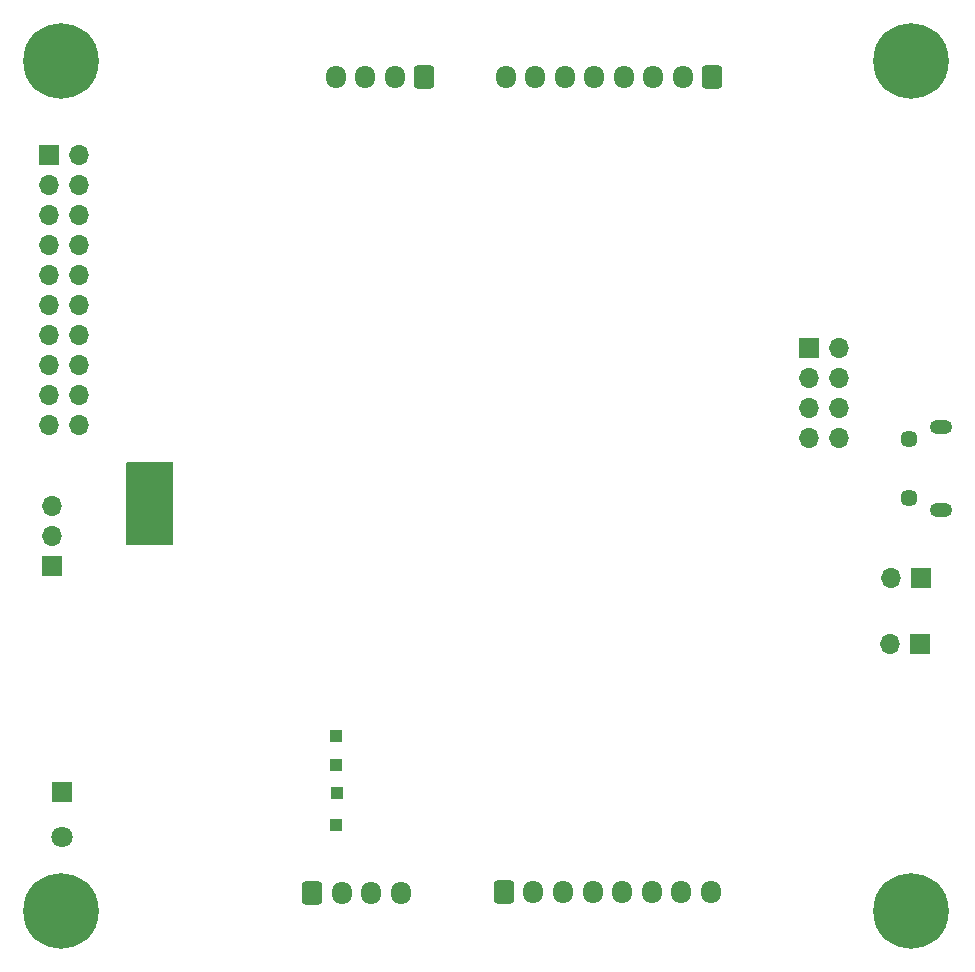
<source format=gbr>
%TF.GenerationSoftware,KiCad,Pcbnew,(6.0.0)*%
%TF.CreationDate,2022-01-20T18:10:17+07:00*%
%TF.ProjectId,CubeSat Thesis MCU V2,43756265-5361-4742-9054-686573697320,rev?*%
%TF.SameCoordinates,Original*%
%TF.FileFunction,Soldermask,Bot*%
%TF.FilePolarity,Negative*%
%FSLAX46Y46*%
G04 Gerber Fmt 4.6, Leading zero omitted, Abs format (unit mm)*
G04 Created by KiCad (PCBNEW (6.0.0)) date 2022-01-20 18:10:17*
%MOMM*%
%LPD*%
G01*
G04 APERTURE LIST*
G04 Aperture macros list*
%AMRoundRect*
0 Rectangle with rounded corners*
0 $1 Rounding radius*
0 $2 $3 $4 $5 $6 $7 $8 $9 X,Y pos of 4 corners*
0 Add a 4 corners polygon primitive as box body*
4,1,4,$2,$3,$4,$5,$6,$7,$8,$9,$2,$3,0*
0 Add four circle primitives for the rounded corners*
1,1,$1+$1,$2,$3*
1,1,$1+$1,$4,$5*
1,1,$1+$1,$6,$7*
1,1,$1+$1,$8,$9*
0 Add four rect primitives between the rounded corners*
20,1,$1+$1,$2,$3,$4,$5,0*
20,1,$1+$1,$4,$5,$6,$7,0*
20,1,$1+$1,$6,$7,$8,$9,0*
20,1,$1+$1,$8,$9,$2,$3,0*%
G04 Aperture macros list end*
%ADD10C,0.800000*%
%ADD11C,6.400000*%
%ADD12R,1.700000X1.700000*%
%ADD13O,1.700000X1.700000*%
%ADD14RoundRect,0.250000X-0.600000X-0.725000X0.600000X-0.725000X0.600000X0.725000X-0.600000X0.725000X0*%
%ADD15O,1.700000X1.950000*%
%ADD16O,1.900000X1.200000*%
%ADD17C,1.450000*%
%ADD18R,1.000000X1.000000*%
%ADD19R,1.800000X1.800000*%
%ADD20C,1.800000*%
%ADD21RoundRect,0.250000X0.600000X0.725000X-0.600000X0.725000X-0.600000X-0.725000X0.600000X-0.725000X0*%
G04 APERTURE END LIST*
D10*
%TO.C,H2*%
X153400000Y-54000000D03*
X152697056Y-55697056D03*
X149302944Y-52302944D03*
X148600000Y-54000000D03*
X151000000Y-51600000D03*
X149302944Y-55697056D03*
X152697056Y-52302944D03*
X151000000Y-56400000D03*
D11*
X151000000Y-54000000D03*
%TD*%
D12*
%TO.C,J12*%
X78000000Y-62000000D03*
D13*
X80540000Y-62000000D03*
X78000000Y-64540000D03*
X80540000Y-64540000D03*
X78000000Y-67080000D03*
X80540000Y-67080000D03*
X78000000Y-69620000D03*
X80540000Y-69620000D03*
X78000000Y-72160000D03*
X80540000Y-72160000D03*
X78000000Y-74700000D03*
X80540000Y-74700000D03*
X78000000Y-77240000D03*
X80540000Y-77240000D03*
X78000000Y-79780000D03*
X80540000Y-79780000D03*
X78000000Y-82320000D03*
X80540000Y-82320000D03*
X78000000Y-84860000D03*
X80540000Y-84860000D03*
%TD*%
D10*
%TO.C,H4*%
X148600000Y-126000000D03*
X149302944Y-124302944D03*
X151000000Y-123600000D03*
D11*
X151000000Y-126000000D03*
D10*
X153400000Y-126000000D03*
X152697056Y-127697056D03*
X149302944Y-127697056D03*
X152697056Y-124302944D03*
X151000000Y-128400000D03*
%TD*%
D14*
%TO.C,J8*%
X116500000Y-124400000D03*
D15*
X119000000Y-124400000D03*
X121500000Y-124400000D03*
X124000000Y-124400000D03*
X126500000Y-124400000D03*
X129000000Y-124400000D03*
X131500000Y-124400000D03*
X134000000Y-124400000D03*
%TD*%
D12*
%TO.C,J1*%
X78207000Y-96759000D03*
D13*
X78207000Y-94219000D03*
X78207000Y-91679000D03*
%TD*%
D11*
%TO.C,H1*%
X79000000Y-54000000D03*
D10*
X79000000Y-51600000D03*
X81400000Y-54000000D03*
X77302944Y-55697056D03*
X80697056Y-52302944D03*
X76600000Y-54000000D03*
X79000000Y-56400000D03*
X77302944Y-52302944D03*
X80697056Y-55697056D03*
%TD*%
D16*
%TO.C,J3*%
X153500000Y-85050000D03*
X153500000Y-92050000D03*
D17*
X150800000Y-91050000D03*
X150800000Y-86050000D03*
%TD*%
D18*
%TO.C,TP1*%
X102300000Y-113600000D03*
%TD*%
D14*
%TO.C,J5*%
X100250000Y-124475000D03*
D15*
X102750000Y-124475000D03*
X105250000Y-124475000D03*
X107750000Y-124475000D03*
%TD*%
D18*
%TO.C,TP4*%
X102400000Y-116000000D03*
%TD*%
D12*
%TO.C,J7*%
X151775000Y-97800000D03*
D13*
X149235000Y-97800000D03*
%TD*%
D12*
%TO.C,J10*%
X142325000Y-78300000D03*
D13*
X144865000Y-78300000D03*
X142325000Y-80840000D03*
X144865000Y-80840000D03*
X142325000Y-83380000D03*
X144865000Y-83380000D03*
X142325000Y-85920000D03*
X144865000Y-85920000D03*
%TD*%
D19*
%TO.C,J2*%
X79085953Y-115895000D03*
D20*
X79085953Y-119705000D03*
%TD*%
D18*
%TO.C,TP2*%
X102300000Y-111200000D03*
%TD*%
D12*
%TO.C,J4*%
X151700000Y-103350000D03*
D13*
X149160000Y-103350000D03*
%TD*%
D21*
%TO.C,J9*%
X134150000Y-55350000D03*
D15*
X131650000Y-55350000D03*
X129150000Y-55350000D03*
X126650000Y-55350000D03*
X124150000Y-55350000D03*
X121650000Y-55350000D03*
X119150000Y-55350000D03*
X116650000Y-55350000D03*
%TD*%
D10*
%TO.C,H3*%
X77302944Y-124302944D03*
D11*
X79000000Y-126000000D03*
D10*
X80697056Y-124302944D03*
X77302944Y-127697056D03*
X76600000Y-126000000D03*
X81400000Y-126000000D03*
X79000000Y-128400000D03*
X79000000Y-123600000D03*
X80697056Y-127697056D03*
%TD*%
D21*
%TO.C,J6*%
X109750000Y-55350000D03*
D15*
X107250000Y-55350000D03*
X104750000Y-55350000D03*
X102250000Y-55350000D03*
%TD*%
D18*
%TO.C,TP3*%
X102300000Y-118700000D03*
%TD*%
G36*
X88442121Y-88020002D02*
G01*
X88488614Y-88073658D01*
X88500000Y-88126000D01*
X88500000Y-94874000D01*
X88479998Y-94942121D01*
X88426342Y-94988614D01*
X88374000Y-95000000D01*
X84626000Y-95000000D01*
X84557879Y-94979998D01*
X84511386Y-94926342D01*
X84500000Y-94874000D01*
X84500000Y-88126000D01*
X84520002Y-88057879D01*
X84573658Y-88011386D01*
X84626000Y-88000000D01*
X88374000Y-88000000D01*
X88442121Y-88020002D01*
G37*
M02*

</source>
